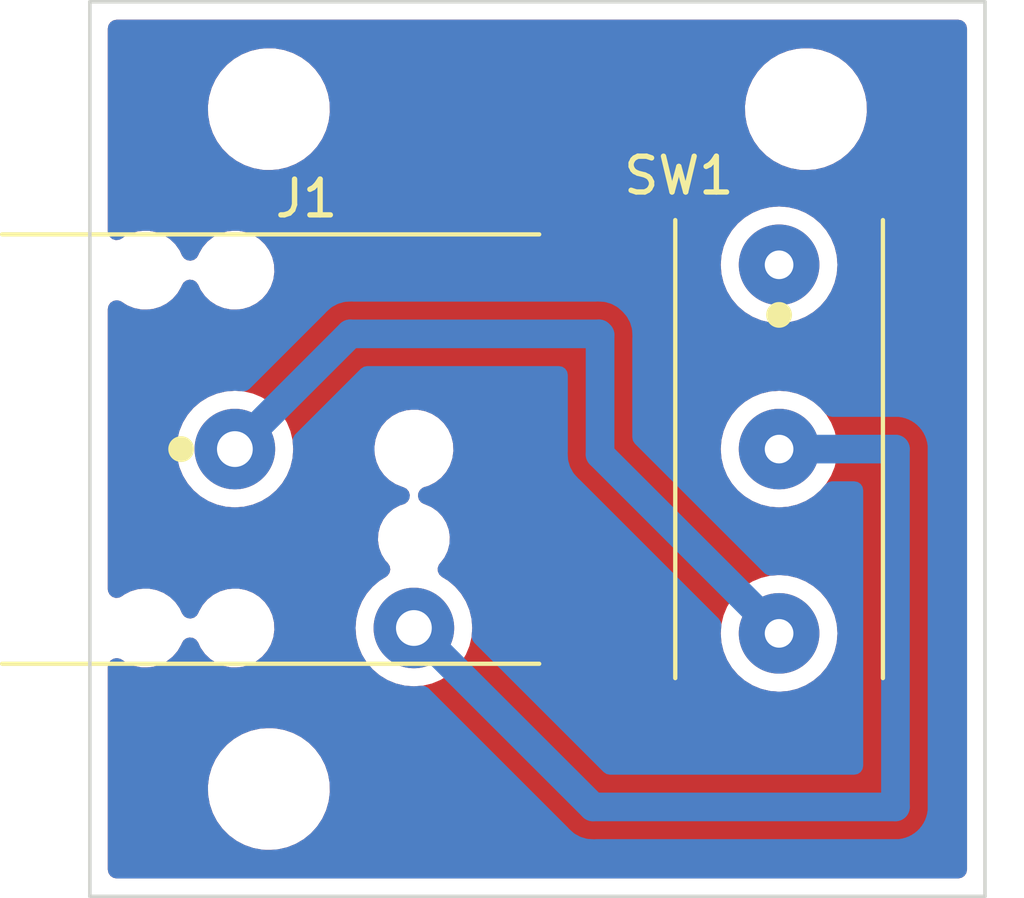
<source format=kicad_pcb>
(kicad_pcb (version 20211014) (generator pcbnew)
  (layers (0 "F.Cu" signal) (31 "B.Cu" signal) (34 "B.Paste" user) (35 "F.Paste" user) (36 "B.SilkS" user "B.Silkscreen") (37 "F.SilkS" user "F.Silkscreen") (38 "B.Mask" user) (39 "F.Mask" user) (44 "Edge.Cuts" user))
  (net 0 "")
  (net 2 "Net-(J1-PadS)")
  (net 3 "Net-(J1-PadT)")
  (footprint "" (layer "F.Cu") (at 53 48)
    (fp_text reference "" (at 0 0) (layer "F.SilkS") (effects (font (size 1.27 1.27))))
    (fp_text value "" (at 0 0) (layer "F.SilkS") (effects (font (size 1.27 1.27))))
    (pad "" np_thru_hole circle (at 2 0) (size 2.4 2.4) (drill 2.4) (layers F&B.Cu *.Mask))
  )
  (footprint "" (layer "F.Cu") (at 72 47.5)
    (fp_text reference "" (at 0 0) (layer "F.SilkS") (effects (font (size 1.27 1.27))))
    (fp_text value "" (at 0 0) (layer "F.SilkS") (effects (font (size 1.27 1.27))))
    (pad "" np_thru_hole circle (at -2 0.5) (size 2.4 2.4) (drill 2.4) (layers F&B.Cu *.Mask))
  )
  (footprint "User_Global_Library:35RAPC2AHN2" (layer "F.Cu") (at 55.05 57.5)
    (fp_text reference "J1" (at 1 -7 unlocked) (layer "F.SilkS"))
    (fp_text value "AudioJack2_Custom")
    (fp_line (start -7.5 -6) (end 7.5 -6) (layer "F.SilkS") (width 0.12))
    (fp_line (start 7.5 6) (end -7.5 6) (layer "F.SilkS") (width 0.12))
    (fp_circle (center -2.5 0) (end -2.2 0) (layer "F.SilkS") (width 0.12) (fill solid))
    (pad "" np_thru_hole circle (at -3.5 5) (size 1.2 1.2) (drill 1.2) (layers F&B.Cu *.Mask))
    (pad "" np_thru_hole circle (at -1 5) (size 1.2 1.2) (drill 1.2) (layers F&B.Cu *.Mask))
    (pad "" np_thru_hole circle (at 4 0) (size 1.2 1.2) (drill 1.2) (layers F&B.Cu *.Mask))
    (pad "" np_thru_hole circle (at -3.5 -5) (size 1.2 1.2) (drill 1.2) (layers F&B.Cu *.Mask))
    (pad "" np_thru_hole circle (at 4 2.5) (size 1 1) (drill 1) (layers F&B.Cu *.Mask))
    (pad "" np_thru_hole circle (at -1 -5) (size 1.2 1.2) (drill 1.2) (layers F&B.Cu *.Mask))
    (pad "S" thru_hole circle (at -1 0) (size 2.25 2.25) (drill 1) (layers *.Cu *.Mask) (net 2 "Net-(J1-PadS)"))
    (pad "T" thru_hole circle (at 4 5) (size 2.25 2.25) (drill 1) (layers *.Cu *.Mask) (net 3 "Net-(J1-PadT)"))
  )
  (footprint "User_Global_Library:SPDT_Limit_Micro_Switch" (layer "F.Cu") (at 69.25 57.5 90)
    (fp_text reference "SW1" (at 7.64 -2.8 unlocked) (layer "F.SilkS"))
    (fp_text value "SW_Push_SPDT_Custom")
    (fp_line (start -6.4 2.9) (end 6.4 2.9) (layer "F.SilkS") (width 0.12))
    (fp_line (start -6.4 -2.9) (end 6.4 -2.9) (layer "F.SilkS") (width 0.12))
    (fp_circle (center 3.75 0) (end 4.05 0) (layer "F.SilkS") (width 0.12) (fill solid))
    (pad "1" thru_hole circle (at 5.15 0 90) (size 2.25 2.25) (drill 0.8) (layers *.Cu *.Mask))
    (pad "2" thru_hole circle (at -5.15 0 90) (size 2.25 2.25) (drill 0.8) (layers *.Cu *.Mask) (net 2 "Net-(J1-PadS)"))
    (pad "3" thru_hole circle (at 0 0 90) (size 2.25 2.25) (drill 0.8) (layers *.Cu *.Mask) (net 3 "Net-(J1-PadT)"))
  )
  (footprint "" (layer "F.Cu") (at 53 67)
    (fp_text reference "" (at 0 0) (layer "F.SilkS") (effects (font (size 1.27 1.27))))
    (fp_text value "" (at 0 0) (layer "F.SilkS") (effects (font (size 1.27 1.27))))
    (pad "" np_thru_hole circle (at 2 0) (size 2.4 2.4) (drill 2.4) (layers F&B.Cu *.Mask))
  )
  (gr_line (start 50 70) (end 50 45) (layer "Edge.Cuts") (width 0.1))
  (gr_line (start 75 45) (end 75 70) (layer "Edge.Cuts") (width 0.1))
  (gr_line (start 75 70) (end 50 70) (layer "Edge.Cuts") (width 0.1))
  (gr_line (start 50 45) (end 75 45) (layer "Edge.Cuts") (width 0.1))
  (segment (start 64.22 54.28) (end 57.27 54.28) (width 0.8) (layer "B.Cu") (net 2))
  (segment (start 64.25 54.31) (end 64.22 54.28) (width 0.8) (layer "B.Cu") (net 2))
  (segment (start 64.25 57.65) (end 64.25 54.31) (width 0.8) (layer "B.Cu") (net 2))
  (segment (start 69.25 62.65) (end 64.25 57.65) (width 0.8) (layer "B.Cu") (net 2))
  (segment (start 57.27 54.28) (end 54.05 57.5) (width 0.8) (layer "B.Cu") (net 2))
  (segment (start 72.5 57.5) (end 72.5 67.5) (width 0.8) (layer "B.Cu") (net 3))
  (segment (start 64.05 67.5) (end 59.05 62.5) (width 0.8) (layer "B.Cu") (net 3))
  (segment (start 69.25 57.5) (end 72.5 57.5) (width 0.8) (layer "B.Cu") (net 3))
  (segment (start 72.5 67.5) (end 64.05 67.5) (width 0.8) (layer "B.Cu") (net 3))
  (zone (net 0) (net_name "") (layer "F.Cu") (name "FILL") (connect_pads (clearance 0.5)) (min_thickness 0.5) (fill yes (thermal_gap 0.508) (thermal_bridge_width 0.508))
    (polygon (pts (xy 75 70) (xy 50 70) (xy 50 45) (xy 75 45)))
  )
  (zone (net 0) (net_name "") (layer "B.Cu") (name "BACK_FILL") (connect_pads (clearance 0.5)) (min_thickness 0.5) (fill yes (thermal_gap 0.508) (thermal_bridge_width 0.508))
    (polygon (pts (xy 75 70) (xy 50 70) (xy 50 45) (xy 75 45)))
  )
)
</source>
